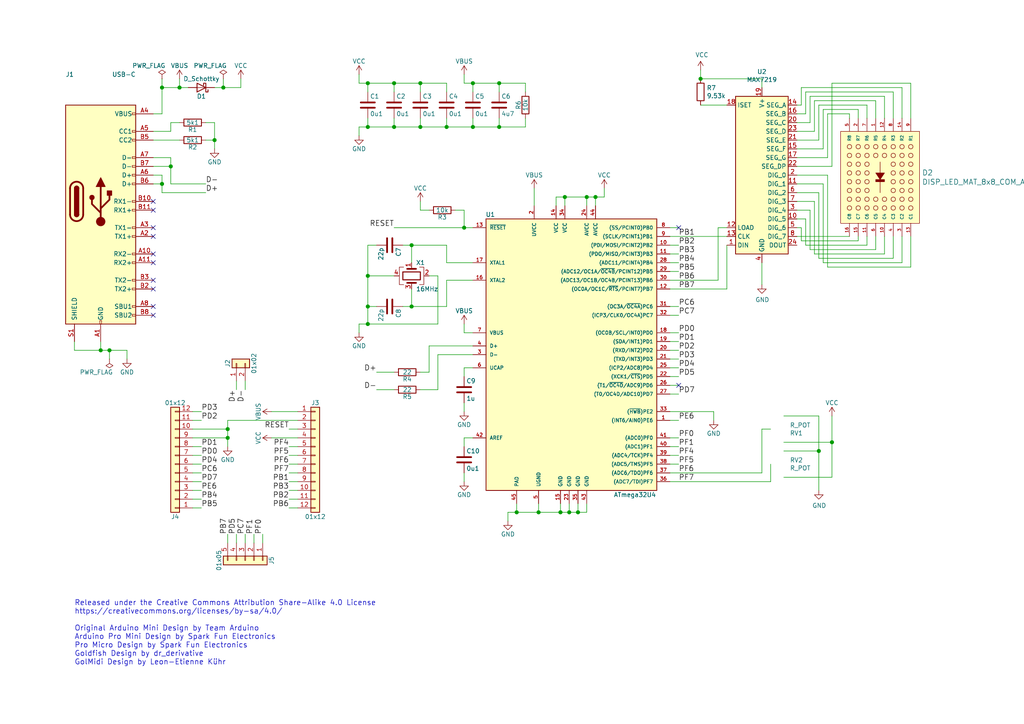
<source format=kicad_sch>
(kicad_sch (version 20201015) (generator eeschema)
  (paper "A4")
  (title_block (title "GolMidi") (date "2021-01-13") (rev "A"))
  (lib_symbols
    (symbol "Connector:USB_C_Receptacle" (pin_names (offset 1.016))
      (property "Reference" "J" (at -10.16 29.21 0))
      (property "Value" "USB_C_Receptacle" (at 10.16 29.21 0))
      (symbol "USB_C_Receptacle_1_1"
        (pin passive line (at 0 -40.64 90) (length 5.08) (name "GND") (number "A1"))
        (pin bidirectional line (at 15.24 -15.24 180) (length 5.08) (name "RX2-") (number "A10"))
        (pin bidirectional line (at 15.24 -17.78 180) (length 5.08) (name "RX2+") (number "A11"))
        (pin passive line (at 0 -40.64 90) (length 5.08) hide (name "GND") (number "A12"))
        (pin bidirectional line (at 15.24 -10.16 180) (length 5.08) (name "TX1+") (number "A2"))
        (pin bidirectional line (at 15.24 -7.62 180) (length 5.08) (name "TX1-") (number "A3"))
        (pin passive line (at 15.24 25.4 180) (length 5.08) (name "VBUS") (number "A4"))
        (pin bidirectional line (at 15.24 20.32 180) (length 5.08) (name "CC1") (number "A5"))
        (pin bidirectional line (at 15.24 7.62 180) (length 5.08) (name "D+") (number "A6"))
        (pin bidirectional line (at 15.24 12.7 180) (length 5.08) (name "D-") (number "A7"))
        (pin bidirectional line (at 15.24 -30.48 180) (length 5.08) (name "SBU1") (number "A8"))
        (pin passive line (at 15.24 25.4 180) (length 5.08) hide (name "VBUS") (number "A9"))
        (pin passive line (at 0 -40.64 90) (length 5.08) hide (name "GND") (number "B1"))
        (pin bidirectional line (at 15.24 0 180) (length 5.08) (name "RX1-") (number "B10"))
        (pin bidirectional line (at 15.24 -2.54 180) (length 5.08) (name "RX1+") (number "B11"))
        (pin passive line (at 0 -40.64 90) (length 5.08) hide (name "GND") (number "B12"))
        (pin bidirectional line (at 15.24 -25.4 180) (length 5.08) (name "TX2+") (number "B2"))
        (pin bidirectional line (at 15.24 -22.86 180) (length 5.08) (name "TX2-") (number "B3"))
        (pin passive line (at 15.24 25.4 180) (length 5.08) hide (name "VBUS") (number "B4"))
        (pin bidirectional line (at 15.24 17.78 180) (length 5.08) (name "CC2") (number "B5"))
        (pin bidirectional line (at 15.24 5.08 180) (length 5.08) (name "D+") (number "B6"))
        (pin bidirectional line (at 15.24 10.16 180) (length 5.08) (name "D-") (number "B7"))
        (pin bidirectional line (at 15.24 -33.02 180) (length 5.08) (name "SBU2") (number "B8"))
        (pin passive line (at 15.24 25.4 180) (length 5.08) hide (name "VBUS") (number "B9"))
        (pin passive line (at -7.62 -40.64 90) (length 5.08) (name "SHIELD") (number "S1"))
      )
    )
    (symbol "Connector_Generic:Conn_01x02" (pin_names (offset 1.016) hide)
      (property "Reference" "J" (at 0 2.54 0))
      (property "Value" "Conn_01x02" (at 0 -5.08 0))
      (symbol "Conn_01x02_1_1"
        (pin passive line (at -5.08 0 0) (length 3.81) (name "Pin_1") (number "1"))
        (pin passive line (at -5.08 -2.54 0) (length 3.81) (name "Pin_2") (number "2"))
      )
    )
    (symbol "Connector_Generic:Conn_01x05" (pin_names (offset 1.016) hide)
      (property "Reference" "J" (at 0 7.62 0))
      (property "Value" "Conn_01x05" (at 0 -7.62 0))
      (symbol "Conn_01x05_1_1"
        (pin passive line (at -5.08 5.08 0) (length 3.81) (name "Pin_1") (number "1"))
        (pin passive line (at -5.08 2.54 0) (length 3.81) (name "Pin_2") (number "2"))
        (pin passive line (at -5.08 0 0) (length 3.81) (name "Pin_3") (number "3"))
        (pin passive line (at -5.08 -2.54 0) (length 3.81) (name "Pin_4") (number "4"))
        (pin passive line (at -5.08 -5.08 0) (length 3.81) (name "Pin_5") (number "5"))
      )
    )
    (symbol "Connector_Generic:Conn_01x12" (pin_names (offset 1.016) hide)
      (property "Reference" "J" (at 0 15.24 0))
      (property "Value" "Conn_01x12" (at 0 -17.78 0))
      (symbol "Conn_01x12_1_1"
        (pin passive line (at -5.08 12.7 0) (length 3.81) (name "Pin_1") (number "1"))
        (pin passive line (at -5.08 -10.16 0) (length 3.81) (name "Pin_10") (number "10"))
        (pin passive line (at -5.08 -12.7 0) (length 3.81) (name "Pin_11") (number "11"))
        (pin passive line (at -5.08 -15.24 0) (length 3.81) (name "Pin_12") (number "12"))
        (pin passive line (at -5.08 10.16 0) (length 3.81) (name "Pin_2") (number "2"))
        (pin passive line (at -5.08 7.62 0) (length 3.81) (name "Pin_3") (number "3"))
        (pin passive line (at -5.08 5.08 0) (length 3.81) (name "Pin_4") (number "4"))
        (pin passive line (at -5.08 2.54 0) (length 3.81) (name "Pin_5") (number "5"))
        (pin passive line (at -5.08 0 0) (length 3.81) (name "Pin_6") (number "6"))
        (pin passive line (at -5.08 -2.54 0) (length 3.81) (name "Pin_7") (number "7"))
        (pin passive line (at -5.08 -5.08 0) (length 3.81) (name "Pin_8") (number "8"))
        (pin passive line (at -5.08 -7.62 0) (length 3.81) (name "Pin_9") (number "9"))
      )
    )
    (symbol "Device:C" (pin_numbers hide) (pin_names (offset 0.254))
      (property "Reference" "C" (at 0.635 2.54 0))
      (property "Value" "C" (at 0.635 -2.54 0))
      (symbol "C_1_1"
        (pin passive line (at 0 3.81 270) (length 2.794) (name "~") (number "1"))
        (pin passive line (at 0 -3.81 90) (length 2.794) (name "~") (number "2"))
      )
    )
    (symbol "Device:Crystal_GND24" (pin_names (offset 1.016) hide)
      (property "Reference" "Y" (at 3.175 5.08 0))
      (property "Value" "Crystal_GND24" (at 3.175 3.175 0))
      (symbol "Crystal_GND24_1_1"
        (pin passive line (at -3.81 0 0) (length 1.27) (name "1") (number "1"))
        (pin passive line (at 0 5.08 270) (length 1.27) (name "2") (number "2"))
        (pin passive line (at 3.81 0 180) (length 1.27) (name "3") (number "3"))
        (pin passive line (at 0 -5.08 90) (length 1.27) (name "4") (number "4"))
      )
    )
    (symbol "Device:D_Schottky" (pin_numbers hide) (pin_names (offset 1.016) hide)
      (property "Reference" "D" (at 0 2.54 0))
      (property "Value" "D_Schottky" (at 0 -2.54 0))
      (symbol "D_Schottky_1_1"
        (pin passive line (at -3.81 0 0) (length 2.54) (name "K") (number "1"))
        (pin passive line (at 3.81 0 180) (length 2.54) (name "A") (number "2"))
      )
    )
    (symbol "Device:R" (pin_numbers hide) (pin_names (offset 0))
      (property "Reference" "R" (at 2.032 0 90))
      (property "Value" "R" (at 0 0 90))
      (symbol "R_1_1"
        (pin passive line (at 0 3.81 270) (length 1.27) (name "~") (number "1"))
        (pin passive line (at 0 -3.81 90) (length 1.27) (name "~") (number "2"))
      )
    )
    (symbol "Driver_LED:MAX7219"
      (property "Reference" "U" (at -6.35 24.13 0))
      (property "Value" "MAX7219" (at 1.27 25.4 0))
      (symbol "MAX7219_1_1"
        (pin input line (at -10.16 -20.32 0) (length 2.54) (name "DIN") (number "1"))
        (pin output line (at 10.16 -12.7 180) (length 2.54) (name "DIG_5") (number "10"))
        (pin output line (at 10.16 -2.54 180) (length 2.54) (name "DIG_1") (number "11"))
        (pin input line (at -10.16 -15.24 0) (length 2.54) (name "LOAD") (number "12"))
        (pin input line (at -10.16 -17.78 0) (length 2.54) (name "CLK") (number "13"))
        (pin output line (at 10.16 20.32 180) (length 2.54) (name "SEG_A") (number "14"))
        (pin output line (at 10.16 7.62 180) (length 2.54) (name "SEG_F") (number "15"))
        (pin output line (at 10.16 17.78 180) (length 2.54) (name "SEG_B") (number "16"))
        (pin output line (at 10.16 5.08 180) (length 2.54) (name "SEG_G") (number "17"))
        (pin input line (at -10.16 20.32 0) (length 2.54) (name "ISET") (number "18"))
        (pin power_in line (at 0 25.4 270) (length 2.54) (name "V+") (number "19"))
        (pin output line (at 10.16 0 180) (length 2.54) (name "DIG_0") (number "2"))
        (pin output line (at 10.16 15.24 180) (length 2.54) (name "SEG_C") (number "20"))
        (pin output line (at 10.16 10.16 180) (length 2.54) (name "SEG_E") (number "21"))
        (pin output line (at 10.16 2.54 180) (length 2.54) (name "SEG_DP") (number "22"))
        (pin output line (at 10.16 12.7 180) (length 2.54) (name "SEG_D") (number "23"))
        (pin output line (at 10.16 -20.32 180) (length 2.54) (name "DOUT") (number "24"))
        (pin output line (at 10.16 -10.16 180) (length 2.54) (name "DIG_4") (number "3"))
        (pin power_in line (at 0 -25.4 90) (length 2.54) (name "GND") (number "4"))
        (pin output line (at 10.16 -15.24 180) (length 2.54) (name "DIG_6") (number "5"))
        (pin output line (at 10.16 -5.08 180) (length 2.54) (name "DIG_2") (number "6"))
        (pin output line (at 10.16 -7.62 180) (length 2.54) (name "DIG_3") (number "7"))
        (pin output line (at 10.16 -17.78 180) (length 2.54) (name "DIG_7") (number "8"))
        (pin passive line (at 0 -25.4 90) (length 2.54) hide (name "GND") (number "9"))
      )
    )
    (symbol "akn_misc:DISP_LED_MAT_8x8_COM_ANODE" (pin_names (offset 1.016))
      (property "Reference" "D" (at 5.08 -1.27 0))
      (property "Value" "DISP_LED_MAT_8x8_COM_ANODE" (at 16.51 24.13 0))
      (symbol "DISP_LED_MAT_8x8_COM_ANODE_0_1"
        (pin input line (at 0 20.32 0) (length 3.81) (name "R1") (number "9"))
      )
      (symbol "DISP_LED_MAT_8x8_COM_ANODE_1_1"
        (pin input line (at 0 10.16 0) (length 3.81) (name "R5") (number "1"))
        (pin input line (at 0 5.08 0) (length 3.81) (name "R7") (number "2"))
        (pin output line (at 34.29 17.78 180) (length 3.81) (name "C2") (number "3"))
        (pin output line (at 34.29 15.24 180) (length 3.81) (name "C3") (number "4"))
        (pin input line (at 0 2.54 0) (length 3.81) (name "R8") (number "5"))
        (pin output line (at 34.29 10.16 180) (length 3.81) (name "C5") (number "6"))
        (pin input line (at 0 7.62 0) (length 3.81) (name "R6") (number "7"))
        (pin input line (at 0 15.24 0) (length 3.81) (name "R3") (number "8"))
        (pin output line (at 34.29 12.7 180) (length 3.81) (name "C4") (number "10"))
        (pin output line (at 34.29 7.62 180) (length 3.81) (name "C6") (number "11"))
        (pin input line (at 0 12.7 0) (length 3.81) (name "R4") (number "12"))
        (pin output line (at 34.29 20.32 180) (length 3.81) (name "C1") (number "13"))
        (pin input line (at 0 17.78 0) (length 3.81) (name "R2") (number "14"))
        (pin output line (at 34.29 5.08 180) (length 3.81) (name "C7") (number "15"))
        (pin output line (at 34.29 2.54 180) (length 3.81) (name "C8") (number "16"))
      )
    )
    (symbol "atmega32u4-ep:ATMEGA32U4-EP" (pin_names (offset 1.016))
      (property "Reference" "U" (at -24.13 43.18 0))
      (property "Value" "ATMEGA32U4-EP" (at 17.78 -38.1 0))
      (symbol "ATMEGA32U4-EP_1_1"
        (pin bidirectional line (at 27.94 -16.51 180) (length 3.81) (name "(INT6/AIN0)PE6") (number "1"))
        (pin bidirectional line (at 27.94 34.29 180) (length 3.81) (name "(PDI/MOSI/PCINT2)PB2") (number "10"))
        (pin bidirectional line (at 27.94 31.75 180) (length 3.81) (name "(PDO/MISO/PCINT3)PB3") (number "11"))
        (pin bidirectional line (at 27.94 21.59 180) (length 3.81) (name "(OC0A/OC1C/~RTS~/PCINT7)PB7") (number "12"))
        (pin input line (at -29.21 39.37 0) (length 3.81) (name "~RESET~") (number "13"))
        (pin power_in line (at -5.08 45.72 270) (length 3.81) (name "VCC") (number "14"))
        (pin power_in line (at -3.81 -40.64 90) (length 3.81) (name "GND") (number "15"))
        (pin output line (at -29.21 24.13 0) (length 3.81) (name "XTAL2") (number "16"))
        (pin input line (at -29.21 29.21 0) (length 3.81) (name "XTAL1") (number "17"))
        (pin bidirectional line (at 27.94 8.89 180) (length 3.81) (name "(OC0B/SCL/INT0)PD0") (number "18"))
        (pin bidirectional line (at 27.94 6.35 180) (length 3.81) (name "(SDA/INT1)PD1") (number "19"))
        (pin power_in line (at -11.43 45.72 270) (length 3.81) (name "UVCC") (number "2"))
        (pin bidirectional line (at 27.94 3.81 180) (length 3.81) (name "(RXD/INT2)PD2") (number "20"))
        (pin bidirectional line (at 27.94 1.27 180) (length 3.81) (name "(TXD/INT3)PD3") (number "21"))
        (pin bidirectional line (at 27.94 -3.81 180) (length 3.81) (name "(XCK1/~CTS~)PD5") (number "22"))
        (pin power_in line (at -1.27 -40.64 90) (length 3.81) (name "GND") (number "23"))
        (pin power_in line (at 3.81 45.72 270) (length 3.81) (name "AVCC") (number "24"))
        (pin bidirectional line (at 27.94 -1.27 180) (length 3.81) (name "(ICP2/ADC8)PD4") (number "25"))
        (pin bidirectional line (at 27.94 -6.35 180) (length 3.81) (name "(T1/~OC4D~/ADC9)PD6") (number "26"))
        (pin bidirectional line (at 27.94 -8.89 180) (length 3.81) (name "(T0/OC4D/ADC10)PD7") (number "27"))
        (pin bidirectional line (at 27.94 29.21 180) (length 3.81) (name "(ADC11/PCINT4)PB4") (number "28"))
        (pin bidirectional line (at 27.94 26.67 180) (length 3.81) (name "(ADC12/OC1A/~OC4B~/PCINT12)PB5") (number "29"))
        (pin bidirectional line (at -29.21 2.54 0) (length 3.81) (name "D-") (number "3"))
        (pin bidirectional line (at 27.94 24.13 180) (length 3.81) (name "(ADC13/OC1B/OC4B/PCINT13)PB6") (number "30"))
        (pin bidirectional line (at 27.94 16.51 180) (length 3.81) (name "(OC3A/~OC4A~)PC6") (number "31"))
        (pin bidirectional line (at 27.94 13.97 180) (length 3.81) (name "(ICP3/CLK0/OC4A)PC7") (number "32"))
        (pin bidirectional line (at 27.94 -13.97 180) (length 3.81) (name "(~HWB~)PE2") (number "33"))
        (pin power_in line (at -2.54 45.72 270) (length 3.81) (name "VCC") (number "34"))
        (pin power_in line (at 1.27 -40.64 90) (length 3.81) (name "GND") (number "35"))
        (pin bidirectional line (at 27.94 -34.29 180) (length 3.81) (name "(ADC7/TDI)PF7") (number "36"))
        (pin bidirectional line (at 27.94 -31.75 180) (length 3.81) (name "(ADC6/TDO)PF6") (number "37"))
        (pin bidirectional line (at 27.94 -29.21 180) (length 3.81) (name "(ADC5/TMS)PF5") (number "38"))
        (pin bidirectional line (at 27.94 -26.67 180) (length 3.81) (name "(ADC4/TCK)PF4") (number "39"))
        (pin bidirectional line (at -29.21 5.08 0) (length 3.81) (name "D+") (number "4"))
        (pin bidirectional line (at 27.94 -24.13 180) (length 3.81) (name "(ADC1)PF1") (number "40"))
        (pin bidirectional line (at 27.94 -21.59 180) (length 3.81) (name "(ADC0)PF0") (number "41"))
        (pin passive line (at -29.21 -21.59 0) (length 3.81) (name "AREF") (number "42"))
        (pin power_in line (at 3.81 -40.64 90) (length 3.81) (name "GND") (number "43"))
        (pin power_in line (at 6.35 45.72 270) (length 3.81) (name "AVCC") (number "44"))
        (pin input line (at -16.51 -40.64 90) (length 3.81) (name "PAD") (number "45"))
        (pin passive line (at -10.16 -40.64 90) (length 3.81) (name "UGND") (number "5"))
        (pin passive line (at -29.21 -1.27 0) (length 3.81) (name "UCAP") (number "6"))
        (pin passive line (at -29.21 8.89 0) (length 3.81) (name "VBUS") (number "7"))
        (pin bidirectional line (at 27.94 39.37 180) (length 3.81) (name "(SS/PCINT0)PB0") (number "8"))
        (pin bidirectional line (at 27.94 36.83 180) (length 3.81) (name "(SCLK/PCINT1)PB1") (number "9"))
      )
    )
    (symbol "power:GND" (power) (pin_names (offset 0))
      (property "Value" "GND" (at 0 -3.81 0))
      (symbol "GND_1_1"
        (pin power_in line (at 0 0 270) (length 0) hide (name "GND") (number "1"))
      )
    )
    (symbol "power:PWR_FLAG" (power) (pin_numbers hide) (pin_names (offset 0) hide)
      (property "Value" "PWR_FLAG" (at 0 3.81 0))
      (symbol "PWR_FLAG_0_0"
        (pin power_out line (at 0 0 90) (length 0) (name "pwr") (number "1"))
      )
    )
    (symbol "power:VBUS" (power) (pin_names (offset 0))
      (property "Value" "VBUS" (at 0 3.81 0))
      (symbol "VBUS_1_1"
        (pin power_in line (at 0 0 90) (length 0) hide (name "VBUS") (number "1"))
      )
    )
    (symbol "power:VCC" (power) (pin_names (offset 0))
      (property "Value" "VCC" (at 0 3.81 0))
      (symbol "VCC_1_1"
        (pin power_in line (at 0 0 90) (length 0) hide (name "VCC") (number "1"))
      )
    )
  )
  (junction (at 29.21 101.6) (diameter 1.016))
  (junction (at 31.75 101.6) (diameter 1.016))
  (junction (at 46.99 25.4) (diameter 1.016))
  (junction (at 46.99 53.34) (diameter 1.016))
  (junction (at 49.53 48.26) (diameter 1.016))
  (junction (at 52.07 25.4) (diameter 1.016))
  (junction (at 62.23 40.64) (diameter 1.016))
  (junction (at 64.77 25.4) (diameter 1.016))
  (junction (at 66.04 124.46) (diameter 1.016))
  (junction (at 66.04 127) (diameter 1.016))
  (junction (at 106.68 24.13) (diameter 1.016))
  (junction (at 106.68 36.83) (diameter 1.016))
  (junction (at 106.68 80.01) (diameter 1.016))
  (junction (at 106.68 88.9) (diameter 1.016))
  (junction (at 106.68 93.98) (diameter 1.016))
  (junction (at 114.3 24.13) (diameter 1.016))
  (junction (at 114.3 36.83) (diameter 1.016))
  (junction (at 119.38 71.12) (diameter 1.016))
  (junction (at 119.38 88.9) (diameter 1.016))
  (junction (at 121.92 24.13) (diameter 1.016))
  (junction (at 121.92 36.83) (diameter 1.016))
  (junction (at 129.54 36.83) (diameter 1.016))
  (junction (at 134.62 66.04) (diameter 1.016))
  (junction (at 137.16 24.13) (diameter 1.016))
  (junction (at 137.16 36.83) (diameter 1.016))
  (junction (at 144.78 24.13) (diameter 1.016))
  (junction (at 144.78 36.83) (diameter 1.016))
  (junction (at 149.86 148.59) (diameter 1.016))
  (junction (at 156.21 148.59) (diameter 1.016))
  (junction (at 162.56 148.59) (diameter 1.016))
  (junction (at 163.83 57.15) (diameter 1.016))
  (junction (at 165.1 148.59) (diameter 1.016))
  (junction (at 167.64 148.59) (diameter 1.016))
  (junction (at 170.18 57.15) (diameter 1.016))
  (junction (at 172.72 57.15) (diameter 1.016))
  (junction (at 203.2 22.86) (diameter 1.016))
  (junction (at 237.49 130.81) (diameter 1.016))
  (junction (at 241.3 128.27) (diameter 1.016))
  (no_connect (at 44.45 58.42))
  (no_connect (at 44.45 60.96))
  (no_connect (at 44.45 66.04))
  (no_connect (at 44.45 68.58))
  (no_connect (at 44.45 73.66))
  (no_connect (at 44.45 76.2))
  (no_connect (at 44.45 81.28))
  (no_connect (at 44.45 83.82))
  (no_connect (at 44.45 88.9))
  (no_connect (at 44.45 91.44))
  (no_connect (at 196.85 66.04))
  (no_connect (at 196.85 111.76))
  (wire (pts (xy 21.59 99.06) (xy 21.59 101.6)))
  (wire (pts (xy 21.59 101.6) (xy 29.21 101.6)))
  (wire (pts (xy 29.21 101.6) (xy 29.21 99.06)))
  (wire (pts (xy 29.21 101.6) (xy 31.75 101.6)))
  (wire (pts (xy 31.75 101.6) (xy 31.75 104.14)))
  (wire (pts (xy 31.75 101.6) (xy 36.83 101.6)))
  (wire (pts (xy 36.83 101.6) (xy 36.83 104.14)))
  (wire (pts (xy 44.45 38.1) (xy 49.53 38.1)))
  (wire (pts (xy 44.45 40.64) (xy 52.07 40.64)))
  (wire (pts (xy 44.45 45.72) (xy 49.53 45.72)))
  (wire (pts (xy 44.45 50.8) (xy 46.99 50.8)))
  (wire (pts (xy 44.45 53.34) (xy 46.99 53.34)))
  (wire (pts (xy 46.99 22.86) (xy 46.99 25.4)))
  (wire (pts (xy 46.99 25.4) (xy 46.99 33.02)))
  (wire (pts (xy 46.99 25.4) (xy 52.07 25.4)))
  (wire (pts (xy 46.99 33.02) (xy 44.45 33.02)))
  (wire (pts (xy 46.99 50.8) (xy 46.99 53.34)))
  (wire (pts (xy 46.99 53.34) (xy 46.99 55.88)))
  (wire (pts (xy 46.99 55.88) (xy 59.69 55.88)))
  (wire (pts (xy 49.53 35.56) (xy 52.07 35.56)))
  (wire (pts (xy 49.53 38.1) (xy 49.53 35.56)))
  (wire (pts (xy 49.53 45.72) (xy 49.53 48.26)))
  (wire (pts (xy 49.53 48.26) (xy 44.45 48.26)))
  (wire (pts (xy 49.53 48.26) (xy 49.53 53.34)))
  (wire (pts (xy 49.53 53.34) (xy 59.69 53.34)))
  (wire (pts (xy 52.07 25.4) (xy 52.07 22.86)))
  (wire (pts (xy 52.07 25.4) (xy 54.61 25.4)))
  (wire (pts (xy 55.88 119.38) (xy 58.42 119.38)))
  (wire (pts (xy 55.88 121.92) (xy 58.42 121.92)))
  (wire (pts (xy 55.88 124.46) (xy 66.04 124.46)))
  (wire (pts (xy 55.88 129.54) (xy 58.42 129.54)))
  (wire (pts (xy 55.88 132.08) (xy 58.42 132.08)))
  (wire (pts (xy 55.88 134.62) (xy 58.42 134.62)))
  (wire (pts (xy 55.88 137.16) (xy 58.42 137.16)))
  (wire (pts (xy 55.88 139.7) (xy 58.42 139.7)))
  (wire (pts (xy 55.88 142.24) (xy 58.42 142.24)))
  (wire (pts (xy 55.88 144.78) (xy 58.42 144.78)))
  (wire (pts (xy 55.88 147.32) (xy 58.42 147.32)))
  (wire (pts (xy 59.69 40.64) (xy 62.23 40.64)))
  (wire (pts (xy 62.23 25.4) (xy 64.77 25.4)))
  (wire (pts (xy 62.23 35.56) (xy 59.69 35.56)))
  (wire (pts (xy 62.23 35.56) (xy 62.23 40.64)))
  (wire (pts (xy 62.23 40.64) (xy 62.23 43.18)))
  (wire (pts (xy 64.77 22.86) (xy 64.77 25.4)))
  (wire (pts (xy 64.77 25.4) (xy 69.85 25.4)))
  (wire (pts (xy 66.04 121.92) (xy 66.04 124.46)))
  (wire (pts (xy 66.04 121.92) (xy 86.36 121.92)))
  (wire (pts (xy 66.04 124.46) (xy 66.04 127)))
  (wire (pts (xy 66.04 127) (xy 55.88 127)))
  (wire (pts (xy 66.04 127) (xy 66.04 129.54)))
  (wire (pts (xy 66.04 157.48) (xy 66.04 154.94)))
  (wire (pts (xy 68.58 110.49) (xy 68.58 113.03)))
  (wire (pts (xy 68.58 157.48) (xy 68.58 154.94)))
  (wire (pts (xy 69.85 25.4) (xy 69.85 22.86)))
  (wire (pts (xy 71.12 110.49) (xy 71.12 113.03)))
  (wire (pts (xy 71.12 154.94) (xy 71.12 157.48)))
  (wire (pts (xy 73.66 157.48) (xy 73.66 154.94)))
  (wire (pts (xy 76.2 154.94) (xy 76.2 157.48)))
  (wire (pts (xy 78.74 119.38) (xy 86.36 119.38)))
  (wire (pts (xy 78.74 127) (xy 86.36 127)))
  (wire (pts (xy 83.82 124.46) (xy 86.36 124.46)))
  (wire (pts (xy 83.82 129.54) (xy 86.36 129.54)))
  (wire (pts (xy 83.82 132.08) (xy 86.36 132.08)))
  (wire (pts (xy 83.82 134.62) (xy 86.36 134.62)))
  (wire (pts (xy 83.82 137.16) (xy 86.36 137.16)))
  (wire (pts (xy 83.82 139.7) (xy 86.36 139.7)))
  (wire (pts (xy 83.82 142.24) (xy 86.36 142.24)))
  (wire (pts (xy 83.82 144.78) (xy 86.36 144.78)))
  (wire (pts (xy 83.82 147.32) (xy 86.36 147.32)))
  (wire (pts (xy 104.14 24.13) (xy 104.14 21.59)))
  (wire (pts (xy 104.14 24.13) (xy 106.68 24.13)))
  (wire (pts (xy 104.14 36.83) (xy 104.14 39.37)))
  (wire (pts (xy 104.14 36.83) (xy 106.68 36.83)))
  (wire (pts (xy 104.14 93.98) (xy 104.14 96.52)))
  (wire (pts (xy 104.14 93.98) (xy 106.68 93.98)))
  (wire (pts (xy 106.68 24.13) (xy 106.68 26.67)))
  (wire (pts (xy 106.68 24.13) (xy 114.3 24.13)))
  (wire (pts (xy 106.68 34.29) (xy 106.68 36.83)))
  (wire (pts (xy 106.68 36.83) (xy 114.3 36.83)))
  (wire (pts (xy 106.68 71.12) (xy 106.68 80.01)))
  (wire (pts (xy 106.68 80.01) (xy 106.68 88.9)))
  (wire (pts (xy 106.68 88.9) (xy 106.68 93.98)))
  (wire (pts (xy 106.68 88.9) (xy 109.22 88.9)))
  (wire (pts (xy 106.68 93.98) (xy 127 93.98)))
  (wire (pts (xy 109.22 71.12) (xy 106.68 71.12)))
  (wire (pts (xy 109.22 113.03) (xy 114.3 113.03)))
  (wire (pts (xy 114.3 24.13) (xy 114.3 26.67)))
  (wire (pts (xy 114.3 24.13) (xy 121.92 24.13)))
  (wire (pts (xy 114.3 36.83) (xy 114.3 34.29)))
  (wire (pts (xy 114.3 36.83) (xy 121.92 36.83)))
  (wire (pts (xy 114.3 66.04) (xy 134.62 66.04)))
  (wire (pts (xy 114.3 80.01) (xy 106.68 80.01)))
  (wire (pts (xy 114.3 107.95) (xy 109.22 107.95)))
  (wire (pts (xy 116.84 71.12) (xy 119.38 71.12)))
  (wire (pts (xy 116.84 88.9) (xy 119.38 88.9)))
  (wire (pts (xy 119.38 71.12) (xy 119.38 76.2)))
  (wire (pts (xy 119.38 71.12) (xy 129.54 71.12)))
  (wire (pts (xy 119.38 83.82) (xy 119.38 88.9)))
  (wire (pts (xy 119.38 88.9) (xy 129.54 88.9)))
  (wire (pts (xy 121.92 24.13) (xy 121.92 26.67)))
  (wire (pts (xy 121.92 24.13) (xy 129.54 24.13)))
  (wire (pts (xy 121.92 36.83) (xy 121.92 34.29)))
  (wire (pts (xy 121.92 36.83) (xy 129.54 36.83)))
  (wire (pts (xy 121.92 60.96) (xy 121.92 58.42)))
  (wire (pts (xy 124.46 60.96) (xy 121.92 60.96)))
  (wire (pts (xy 124.46 100.33) (xy 124.46 107.95)))
  (wire (pts (xy 124.46 107.95) (xy 121.92 107.95)))
  (wire (pts (xy 127 80.01) (xy 124.46 80.01)))
  (wire (pts (xy 127 93.98) (xy 127 80.01)))
  (wire (pts (xy 127 102.87) (xy 127 113.03)))
  (wire (pts (xy 127 113.03) (xy 121.92 113.03)))
  (wire (pts (xy 129.54 24.13) (xy 129.54 26.67)))
  (wire (pts (xy 129.54 36.83) (xy 129.54 34.29)))
  (wire (pts (xy 129.54 36.83) (xy 137.16 36.83)))
  (wire (pts (xy 129.54 71.12) (xy 129.54 76.2)))
  (wire (pts (xy 129.54 76.2) (xy 137.16 76.2)))
  (wire (pts (xy 129.54 81.28) (xy 137.16 81.28)))
  (wire (pts (xy 129.54 88.9) (xy 129.54 81.28)))
  (wire (pts (xy 132.08 60.96) (xy 134.62 60.96)))
  (wire (pts (xy 134.62 24.13) (xy 134.62 21.59)))
  (wire (pts (xy 134.62 24.13) (xy 137.16 24.13)))
  (wire (pts (xy 134.62 60.96) (xy 134.62 66.04)))
  (wire (pts (xy 134.62 66.04) (xy 137.16 66.04)))
  (wire (pts (xy 134.62 96.52) (xy 134.62 93.98)))
  (wire (pts (xy 134.62 106.68) (xy 134.62 109.22)))
  (wire (pts (xy 134.62 106.68) (xy 137.16 106.68)))
  (wire (pts (xy 134.62 116.84) (xy 134.62 119.38)))
  (wire (pts (xy 134.62 127) (xy 134.62 129.54)))
  (wire (pts (xy 134.62 127) (xy 137.16 127)))
  (wire (pts (xy 134.62 137.16) (xy 134.62 139.7)))
  (wire (pts (xy 137.16 24.13) (xy 144.78 24.13)))
  (wire (pts (xy 137.16 26.67) (xy 137.16 24.13)))
  (wire (pts (xy 137.16 36.83) (xy 137.16 34.29)))
  (wire (pts (xy 137.16 36.83) (xy 144.78 36.83)))
  (wire (pts (xy 137.16 96.52) (xy 134.62 96.52)))
  (wire (pts (xy 137.16 100.33) (xy 124.46 100.33)))
  (wire (pts (xy 137.16 102.87) (xy 127 102.87)))
  (wire (pts (xy 144.78 24.13) (xy 144.78 26.67)))
  (wire (pts (xy 144.78 36.83) (xy 144.78 34.29)))
  (wire (pts (xy 147.32 148.59) (xy 149.86 148.59)))
  (wire (pts (xy 147.32 151.13) (xy 147.32 148.59)))
  (wire (pts (xy 149.86 146.05) (xy 149.86 148.59)))
  (wire (pts (xy 149.86 148.59) (xy 156.21 148.59)))
  (wire (pts (xy 152.4 24.13) (xy 144.78 24.13)))
  (wire (pts (xy 152.4 26.67) (xy 152.4 24.13)))
  (wire (pts (xy 152.4 34.29) (xy 152.4 36.83)))
  (wire (pts (xy 152.4 36.83) (xy 144.78 36.83)))
  (wire (pts (xy 154.94 54.61) (xy 154.94 59.69)))
  (wire (pts (xy 156.21 148.59) (xy 156.21 146.05)))
  (wire (pts (xy 156.21 148.59) (xy 162.56 148.59)))
  (wire (pts (xy 161.29 57.15) (xy 161.29 59.69)))
  (wire (pts (xy 161.29 57.15) (xy 163.83 57.15)))
  (wire (pts (xy 162.56 148.59) (xy 162.56 146.05)))
  (wire (pts (xy 162.56 148.59) (xy 165.1 148.59)))
  (wire (pts (xy 163.83 57.15) (xy 163.83 59.69)))
  (wire (pts (xy 163.83 57.15) (xy 170.18 57.15)))
  (wire (pts (xy 165.1 148.59) (xy 165.1 146.05)))
  (wire (pts (xy 165.1 148.59) (xy 167.64 148.59)))
  (wire (pts (xy 167.64 148.59) (xy 167.64 146.05)))
  (wire (pts (xy 167.64 148.59) (xy 170.18 148.59)))
  (wire (pts (xy 170.18 57.15) (xy 170.18 59.69)))
  (wire (pts (xy 170.18 57.15) (xy 172.72 57.15)))
  (wire (pts (xy 170.18 148.59) (xy 170.18 146.05)))
  (wire (pts (xy 172.72 57.15) (xy 172.72 59.69)))
  (wire (pts (xy 172.72 57.15) (xy 175.26 57.15)))
  (wire (pts (xy 175.26 57.15) (xy 175.26 54.61)))
  (wire (pts (xy 194.31 66.04) (xy 196.85 66.04)))
  (wire (pts (xy 194.31 68.58) (xy 210.82 68.58)))
  (wire (pts (xy 194.31 71.12) (xy 196.85 71.12)))
  (wire (pts (xy 194.31 73.66) (xy 196.85 73.66)))
  (wire (pts (xy 194.31 76.2) (xy 196.85 76.2)))
  (wire (pts (xy 194.31 78.74) (xy 196.85 78.74)))
  (wire (pts (xy 194.31 81.28) (xy 208.28 81.28)))
  (wire (pts (xy 194.31 83.82) (xy 210.82 83.82)))
  (wire (pts (xy 194.31 88.9) (xy 196.85 88.9)))
  (wire (pts (xy 194.31 91.44) (xy 196.85 91.44)))
  (wire (pts (xy 194.31 96.52) (xy 196.85 96.52)))
  (wire (pts (xy 194.31 99.06) (xy 196.85 99.06)))
  (wire (pts (xy 194.31 101.6) (xy 196.85 101.6)))
  (wire (pts (xy 194.31 104.14) (xy 196.85 104.14)))
  (wire (pts (xy 194.31 106.68) (xy 196.85 106.68)))
  (wire (pts (xy 194.31 109.22) (xy 196.85 109.22)))
  (wire (pts (xy 194.31 111.76) (xy 196.85 111.76)))
  (wire (pts (xy 194.31 114.3) (xy 196.85 114.3)))
  (wire (pts (xy 194.31 119.38) (xy 207.01 119.38)))
  (wire (pts (xy 194.31 121.92) (xy 196.85 121.92)))
  (wire (pts (xy 194.31 127) (xy 196.85 127)))
  (wire (pts (xy 194.31 129.54) (xy 196.85 129.54)))
  (wire (pts (xy 194.31 132.08) (xy 196.85 132.08)))
  (wire (pts (xy 194.31 134.62) (xy 196.85 134.62)))
  (wire (pts (xy 194.31 137.16) (xy 220.98 137.16)))
  (wire (pts (xy 194.31 139.7) (xy 223.52 139.7)))
  (wire (pts (xy 203.2 20.32) (xy 203.2 22.86)))
  (wire (pts (xy 203.2 30.48) (xy 210.82 30.48)))
  (wire (pts (xy 207.01 119.38) (xy 207.01 121.92)))
  (wire (pts (xy 208.28 66.04) (xy 208.28 81.28)))
  (wire (pts (xy 210.82 66.04) (xy 208.28 66.04)))
  (wire (pts (xy 210.82 71.12) (xy 210.82 83.82)))
  (wire (pts (xy 220.98 22.86) (xy 203.2 22.86)))
  (wire (pts (xy 220.98 25.4) (xy 220.98 22.86)))
  (wire (pts (xy 220.98 76.2) (xy 220.98 82.55)))
  (wire (pts (xy 220.98 124.46) (xy 223.52 124.46)))
  (wire (pts (xy 220.98 137.16) (xy 220.98 124.46)))
  (wire (pts (xy 223.52 139.7) (xy 223.52 134.62)))
  (wire (pts (xy 227.33 130.81) (xy 237.49 130.81)))
  (wire (pts (xy 227.33 138.43) (xy 241.3 138.43)))
  (wire (pts (xy 231.14 30.48) (xy 232.41 30.48)))
  (wire (pts (xy 231.14 33.02) (xy 233.68 33.02)))
  (wire (pts (xy 231.14 38.1) (xy 236.22 38.1)))
  (wire (pts (xy 231.14 40.64) (xy 237.49 40.64)))
  (wire (pts (xy 231.14 43.18) (xy 238.76 43.18)))
  (wire (pts (xy 231.14 45.72) (xy 240.03 45.72)))
  (wire (pts (xy 231.14 48.26) (xy 241.3 48.26)))
  (wire (pts (xy 231.14 50.8) (xy 240.03 50.8)))
  (wire (pts (xy 231.14 55.88) (xy 237.49 55.88)))
  (wire (pts (xy 231.14 63.5) (xy 233.68 63.5)))
  (wire (pts (xy 231.14 68.58) (xy 246.38 68.58)))
  (wire (pts (xy 232.41 25.4) (xy 261.62 25.4)))
  (wire (pts (xy 232.41 30.48) (xy 232.41 25.4)))
  (wire (pts (xy 232.41 66.04) (xy 231.14 66.04)))
  (wire (pts (xy 232.41 69.85) (xy 232.41 66.04)))
  (wire (pts (xy 233.68 26.67) (xy 233.68 33.02)))
  (wire (pts (xy 233.68 71.12) (xy 233.68 63.5)))
  (wire (pts (xy 234.95 27.94) (xy 234.95 35.56)))
  (wire (pts (xy 234.95 35.56) (xy 231.14 35.56)))
  (wire (pts (xy 234.95 60.96) (xy 231.14 60.96)))
  (wire (pts (xy 234.95 72.39) (xy 234.95 60.96)))
  (wire (pts (xy 236.22 29.21) (xy 254 29.21)))
  (wire (pts (xy 236.22 38.1) (xy 236.22 29.21)))
  (wire (pts (xy 236.22 58.42) (xy 231.14 58.42)))
  (wire (pts (xy 236.22 73.66) (xy 236.22 58.42)))
  (wire (pts (xy 237.49 30.48) (xy 251.46 30.48)))
  (wire (pts (xy 237.49 40.64) (xy 237.49 30.48)))
  (wire (pts (xy 237.49 55.88) (xy 237.49 74.93)))
  (wire (pts (xy 237.49 74.93) (xy 259.08 74.93)))
  (wire (pts (xy 237.49 120.65) (xy 227.33 120.65)))
  (wire (pts (xy 237.49 130.81) (xy 237.49 120.65)))
  (wire (pts (xy 237.49 130.81) (xy 237.49 142.24)))
  (wire (pts (xy 238.76 31.75) (xy 248.92 31.75)))
  (wire (pts (xy 238.76 43.18) (xy 238.76 31.75)))
  (wire (pts (xy 238.76 53.34) (xy 231.14 53.34)))
  (wire (pts (xy 238.76 76.2) (xy 238.76 53.34)))
  (wire (pts (xy 240.03 33.02) (xy 246.38 33.02)))
  (wire (pts (xy 240.03 45.72) (xy 240.03 33.02)))
  (wire (pts (xy 240.03 50.8) (xy 240.03 77.47)))
  (wire (pts (xy 240.03 77.47) (xy 264.16 77.47)))
  (wire (pts (xy 241.3 24.13) (xy 264.16 24.13)))
  (wire (pts (xy 241.3 48.26) (xy 241.3 24.13)))
  (wire (pts (xy 241.3 128.27) (xy 227.33 128.27)))
  (wire (pts (xy 241.3 128.27) (xy 241.3 120.65)))
  (wire (pts (xy 241.3 138.43) (xy 241.3 128.27)))
  (wire (pts (xy 246.38 33.02) (xy 246.38 34.29)))
  (wire (pts (xy 248.92 31.75) (xy 248.92 34.29)))
  (wire (pts (xy 248.92 68.58) (xy 248.92 69.85)))
  (wire (pts (xy 248.92 69.85) (xy 232.41 69.85)))
  (wire (pts (xy 251.46 30.48) (xy 251.46 34.29)))
  (wire (pts (xy 251.46 68.58) (xy 251.46 71.12)))
  (wire (pts (xy 251.46 71.12) (xy 233.68 71.12)))
  (wire (pts (xy 254 29.21) (xy 254 34.29)))
  (wire (pts (xy 254 68.58) (xy 254 72.39)))
  (wire (pts (xy 254 72.39) (xy 234.95 72.39)))
  (wire (pts (xy 256.54 27.94) (xy 234.95 27.94)))
  (wire (pts (xy 256.54 34.29) (xy 256.54 27.94)))
  (wire (pts (xy 256.54 68.58) (xy 256.54 73.66)))
  (wire (pts (xy 256.54 73.66) (xy 236.22 73.66)))
  (wire (pts (xy 259.08 26.67) (xy 233.68 26.67)))
  (wire (pts (xy 259.08 26.67) (xy 259.08 34.29)))
  (wire (pts (xy 259.08 74.93) (xy 259.08 68.58)))
  (wire (pts (xy 261.62 34.29) (xy 261.62 25.4)))
  (wire (pts (xy 261.62 68.58) (xy 261.62 76.2)))
  (wire (pts (xy 261.62 76.2) (xy 238.76 76.2)))
  (wire (pts (xy 264.16 24.13) (xy 264.16 34.29)))
  (wire (pts (xy 264.16 68.58) (xy 264.16 77.47)))
  (text "Released under the Creative Commons Attribution Share-Alike 4.0 License\nhttps://creativecommons.org/licenses/by-sa/4.0/\n\nOriginal Arduino Mini Design by Team Arduino\nArduino Pro Mini Design by Spark Fun Electronics\nPro Micro Design by Spark Fun Electronics\nGoldfish Design by dr_derivative\nGolMidi Design by Leon-Etienne Kühr" (at 21.59 193.04 0) (effects (font (size 1.524 1.524)) (justify left bottom)))
  (label "PD3" (at 58.42 119.38 0) (effects (font (size 1.524 1.524))))
  (label "PD2" (at 58.42 121.92 0) (effects (font (size 1.524 1.524))))
  (label "PD1" (at 58.42 129.54 0) (effects (font (size 1.524 1.524))))
  (label "PD0" (at 58.42 132.08 0) (effects (font (size 1.524 1.524))))
  (label "PD4" (at 58.42 134.62 0) (effects (font (size 1.524 1.524))))
  (label "PC6" (at 58.42 137.16 0) (effects (font (size 1.524 1.524))))
  (label "PD7" (at 58.42 139.7 0) (effects (font (size 1.524 1.524))))
  (label "PE6" (at 58.42 142.24 0) (effects (font (size 1.524 1.524))))
  (label "PB4" (at 58.42 144.78 0) (effects (font (size 1.524 1.524))))
  (label "PB5" (at 58.42 147.32 0) (effects (font (size 1.524 1.524))))
  (label "D-" (at 59.69 53.34 0) (effects (font (size 1.524 1.524))))
  (label "D+" (at 59.69 55.88 0) (effects (font (size 1.524 1.524))))
  (label "PB7" (at 66.04 154.94 90) (effects (font (size 1.524 1.524))))
  (label "D+" (at 68.58 113.03 270) (effects (font (size 1.524 1.524))))
  (label "PD5" (at 68.58 154.94 90) (effects (font (size 1.524 1.524))))
  (label "D-" (at 71.12 113.03 270) (effects (font (size 1.524 1.524))))
  (label "PC7" (at 71.12 154.94 90) (effects (font (size 1.524 1.524))))
  (label "PF1" (at 73.66 154.94 90) (effects (font (size 1.524 1.524))))
  (label "PF0" (at 76.2 154.94 90) (effects (font (size 1.524 1.524))))
  (label "RESET" (at 83.82 124.46 180) (effects (font (size 1.524 1.524))))
  (label "PF4" (at 83.82 129.54 180) (effects (font (size 1.524 1.524))))
  (label "PF5" (at 83.82 132.08 180) (effects (font (size 1.524 1.524))))
  (label "PF6" (at 83.82 134.62 180) (effects (font (size 1.524 1.524))))
  (label "PF7" (at 83.82 137.16 180) (effects (font (size 1.524 1.524))))
  (label "PB1" (at 83.82 139.7 180) (effects (font (size 1.524 1.524))))
  (label "PB3" (at 83.82 142.24 180) (effects (font (size 1.524 1.524))))
  (label "PB2" (at 83.82 144.78 180) (effects (font (size 1.524 1.524))))
  (label "PB6" (at 83.82 147.32 180) (effects (font (size 1.524 1.524))))
  (label "D+" (at 109.22 107.95 180) (effects (font (size 1.524 1.524))))
  (label "D-" (at 109.22 113.03 180) (effects (font (size 1.524 1.524))))
  (label "RESET" (at 114.3 66.04 180) (effects (font (size 1.524 1.524))))
  (label "PB1" (at 196.85 68.58 0) (effects (font (size 1.524 1.524))))
  (label "PB2" (at 196.85 71.12 0) (effects (font (size 1.524 1.524))))
  (label "PB3" (at 196.85 73.66 0) (effects (font (size 1.524 1.524))))
  (label "PB4" (at 196.85 76.2 0) (effects (font (size 1.524 1.524))))
  (label "PB5" (at 196.85 78.74 0) (effects (font (size 1.524 1.524))))
  (label "PB6" (at 196.85 81.28 0) (effects (font (size 1.524 1.524))))
  (label "PB7" (at 196.85 83.82 0) (effects (font (size 1.524 1.524))))
  (label "PC6" (at 196.85 88.9 0) (effects (font (size 1.524 1.524))))
  (label "PC7" (at 196.85 91.44 0) (effects (font (size 1.524 1.524))))
  (label "PD0" (at 196.85 96.52 0) (effects (font (size 1.524 1.524))))
  (label "PD1" (at 196.85 99.06 0) (effects (font (size 1.524 1.524))))
  (label "PD2" (at 196.85 101.6 0) (effects (font (size 1.524 1.524))))
  (label "PD3" (at 196.85 104.14 0) (effects (font (size 1.524 1.524))))
  (label "PD4" (at 196.85 106.68 0) (effects (font (size 1.524 1.524))))
  (label "PD5" (at 196.85 109.22 0) (effects (font (size 1.524 1.524))))
  (label "PD7" (at 196.85 114.3 0) (effects (font (size 1.524 1.524))))
  (label "PE6" (at 196.85 121.92 0) (effects (font (size 1.524 1.524))))
  (label "PF0" (at 196.85 127 0) (effects (font (size 1.524 1.524))))
  (label "PF1" (at 196.85 129.54 0) (effects (font (size 1.524 1.524))))
  (label "PF4" (at 196.85 132.08 0) (effects (font (size 1.524 1.524))))
  (label "PF5" (at 196.85 134.62 0) (effects (font (size 1.524 1.524))))
  (label "PF6" (at 196.85 137.16 0) (effects (font (size 1.524 1.524))))
  (label "PF7" (at 196.85 139.7 0) (effects (font (size 1.524 1.524))))
  (symbol (lib_id "power:PWR_FLAG") (at 31.75 104.14 180) (unit 1)
    (property "Reference" "#FLG04" (effects hide))
    (property "Value" "PWR_FLAG" (at 27.94 107.95 0))
  )
  (symbol (lib_id "power:PWR_FLAG") (at 46.99 22.86 0) (unit 1)
    (property "Reference" "#FLG03" (effects hide))
    (property "Value" "PWR_FLAG" (at 43.18 19.05 0))
  )
  (symbol (lib_id "power:PWR_FLAG") (at 64.77 22.86 0) (unit 1)
    (property "Reference" "#FLG020" (effects hide))
    (property "Value" "PWR_FLAG" (at 60.96 19.05 0))
  )
  (symbol (lib_id "power:VBUS") (at 52.07 22.86 0) (unit 1)
    (property "Reference" "#PWR016" (effects hide))
    (property "Value" "VBUS" (at 52.07 19.05 0))
  )
  (symbol (lib_id "power:VCC") (at 69.85 22.86 0) (unit 1)
    (property "Reference" "#PWR019" (effects hide))
    (property "Value" "VCC" (at 69.85 19.05 0))
  )
  (symbol (lib_id "power:VBUS") (at 78.74 119.38 90) (unit 1)
    (property "Reference" "#PWR021" (effects hide))
    (property "Value" "VBUS" (at 74.93 119.38 0))
  )
  (symbol (lib_id "power:VCC") (at 78.74 127 90) (unit 1)
    (property "Reference" "#PWR013" (effects hide))
    (property "Value" "VCC" (at 74.93 127 0))
  )
  (symbol (lib_id "power:VCC") (at 104.14 21.59 0) (unit 1)
    (property "Reference" "#PWR014" (effects hide))
    (property "Value" "VCC" (at 104.14 17.78 0))
  )
  (symbol (lib_id "power:VCC") (at 121.92 58.42 0) (unit 1)
    (property "Reference" "#PWR07" (effects hide))
    (property "Value" "VCC" (at 121.92 54.61 0))
  )
  (symbol (lib_id "power:VBUS") (at 134.62 21.59 0) (unit 1)
    (property "Reference" "#PWR0101" (effects hide))
    (property "Value" "VBUS" (at 134.62 17.78 0))
  )
  (symbol (lib_id "power:VBUS") (at 134.62 93.98 0) (unit 1)
    (property "Reference" "#PWR017" (effects hide))
    (property "Value" "VBUS" (at 134.62 90.17 0))
  )
  (symbol (lib_id "power:VBUS") (at 154.94 54.61 0) (unit 1)
    (property "Reference" "#PWR018" (effects hide))
    (property "Value" "VBUS" (at 154.94 50.8 0))
  )
  (symbol (lib_id "power:VCC") (at 175.26 54.61 0) (unit 1)
    (property "Reference" "#PWR09" (effects hide))
    (property "Value" "VCC" (at 175.26 50.8 0))
  )
  (symbol (lib_id "power:VCC") (at 203.2 20.32 0) (unit 1)
    (property "Reference" "#PWR03" (effects hide))
    (property "Value" "VCC" (at 203.581 15.9258 0))
  )
  (symbol (lib_id "power:VCC") (at 241.3 120.65 0) (unit 1)
    (property "Reference" "#PWR022" (effects hide))
    (property "Value" "VCC" (at 241.3 116.84 0))
  )
  (symbol (lib_id "power:GND") (at 36.83 104.14 0) (unit 1)
    (property "Reference" "#PWR01" (effects hide))
    (property "Value" "GND" (at 36.83 107.95 0))
  )
  (symbol (lib_id "power:GND") (at 62.23 43.18 0) (unit 1)
    (property "Reference" "#PWR02" (effects hide))
    (property "Value" "GND" (at 62.23 46.99 0))
  )
  (symbol (lib_id "power:GND") (at 66.04 129.54 0) (unit 1)
    (property "Reference" "#PWR012" (effects hide))
    (property "Value" "GND" (at 66.04 133.35 0))
  )
  (symbol (lib_id "power:GND") (at 104.14 39.37 0) (unit 1)
    (property "Reference" "#PWR015" (effects hide))
    (property "Value" "GND" (at 104.14 43.18 0))
  )
  (symbol (lib_id "power:GND") (at 104.14 96.52 0) (unit 1)
    (property "Reference" "#PWR06" (effects hide))
    (property "Value" "GND" (at 104.14 100.33 0))
  )
  (symbol (lib_id "power:GND") (at 134.62 119.38 0) (unit 1)
    (property "Reference" "#PWR08" (effects hide))
    (property "Value" "GND" (at 134.62 123.19 0))
  )
  (symbol (lib_id "power:GND") (at 134.62 139.7 0) (unit 1)
    (property "Reference" "#PWR010" (effects hide))
    (property "Value" "GND" (at 134.62 143.51 0))
  )
  (symbol (lib_id "power:GND") (at 147.32 151.13 0) (unit 1)
    (property "Reference" "#PWR05" (effects hide))
    (property "Value" "GND" (at 147.32 154.94 0))
  )
  (symbol (lib_id "power:GND") (at 207.01 121.92 0) (unit 1)
    (property "Reference" "#PWR011" (effects hide))
    (property "Value" "GND" (at 207.01 125.73 0))
  )
  (symbol (lib_id "power:GND") (at 220.98 82.55 0) (unit 1)
    (property "Reference" "#PWR04" (effects hide))
    (property "Value" "GND" (at 221.107 86.9442 0))
  )
  (symbol (lib_id "power:GND") (at 237.49 142.24 0) (unit 1)
    (property "Reference" "#PWR020" (effects hide))
    (property "Value" "GND" (at 237.617 146.6342 0))
  )
  (symbol (lib_id "Device:R") (at 55.88 35.56 270) (unit 1)
    (property "Reference" "R1" (at 55.88 37.592 90))
    (property "Value" "5k1" (at 55.88 35.56 90))
    (property "Footprint" "Resistor_SMD:R_0402_1005Metric" (effects hide))
  )
  (symbol (lib_id "Device:R") (at 55.88 40.64 270) (unit 1)
    (property "Reference" "R2" (at 55.88 42.672 90))
    (property "Value" "5k1" (at 55.88 40.64 90))
    (property "Footprint" "Resistor_SMD:R_0402_1005Metric" (effects hide))
  )
  (symbol (lib_id "Device:R") (at 118.11 107.95 270) (unit 1)
    (property "Reference" "R4" (at 118.11 109.982 90))
    (property "Value" "22" (at 118.11 107.95 90))
    (property "Footprint" "Resistor_SMD:R_0402_1005Metric" (effects hide))
  )
  (symbol (lib_id "Device:R") (at 118.11 113.03 270) (unit 1)
    (property "Reference" "R5" (at 118.11 115.062 90))
    (property "Value" "22" (at 118.11 113.03 90))
    (property "Footprint" "Resistor_SMD:R_0402_1005Metric" (effects hide))
  )
  (symbol (lib_id "Device:R") (at 128.27 60.96 270) (unit 1)
    (property "Reference" "R3" (at 128.27 62.992 90))
    (property "Value" "10k" (at 128.27 60.96 90))
    (property "Footprint" "Resistor_SMD:R_0402_1005Metric" (effects hide))
  )
  (symbol (lib_id "Device:R") (at 152.4 30.48 180) (unit 1)
    (property "Reference" "R6" (at 150.368 30.48 90))
    (property "Value" "10k" (at 152.4 30.48 90))
    (property "Footprint" "Resistor_SMD:R_0402_1005Metric" (effects hide))
  )
  (symbol (lib_id "Device:R") (at 203.2 26.67 0) (unit 1)
    (property "Reference" "R7" (at 204.978 25.5016 0) (effects (justify left)))
    (property "Value" "9.53k" (at 204.978 27.813 0) (effects (justify left)))
    (property "Footprint" "Resistor_SMD:R_0402_1005Metric" (effects hide))
  )
  (symbol (lib_id "Device:D_Schottky") (at 58.42 25.4 180) (unit 1)
    (property "Reference" "D1" (at 58.42 27.94 0))
    (property "Value" "D_Schottky" (at 58.42 22.86 0))
    (property "Footprint" "Diode_SMD:D_PowerDI-123" (effects hide))
  )
  (symbol (lib_id "Connector_Generic:Conn_01x02") (at 68.58 105.41 90) (unit 1)
    (property "Reference" "J2" (at 66.04 105.41 0))
    (property "Value" "01x02" (at 73.66 105.41 0))
    (property "Footprint" "pins:Pins2" (effects hide))
  )
  (symbol (lib_id "Device:C") (at 106.68 30.48 0) (unit 1)
    (property "Reference" "C1" (at 107.315 27.94 0) (effects (justify left)))
    (property "Value" "0u1" (at 107.315 33.02 0) (effects (justify left)))
    (property "Footprint" "Capacitor_SMD:C_0402_1005Metric" (effects hide))
  )
  (symbol (lib_id "Device:C") (at 113.03 71.12 270) (unit 1)
    (property "Reference" "C7" (at 115.57 71.755 0) (effects (justify left)))
    (property "Value" "22p" (at 110.49 71.755 0) (effects (justify left)))
    (property "Footprint" "Capacitor_SMD:C_0402_1005Metric" (effects hide))
  )
  (symbol (lib_id "Device:C") (at 113.03 88.9 270) (unit 1)
    (property "Reference" "C8" (at 115.57 89.535 0) (effects (justify left)))
    (property "Value" "22p" (at 110.49 89.535 0) (effects (justify left)))
    (property "Footprint" "Capacitor_SMD:C_0402_1005Metric" (effects hide))
  )
  (symbol (lib_id "Device:C") (at 114.3 30.48 0) (unit 1)
    (property "Reference" "C2" (at 114.935 27.94 0) (effects (justify left)))
    (property "Value" "0u1" (at 114.935 33.02 0) (effects (justify left)))
    (property "Footprint" "Capacitor_SMD:C_0402_1005Metric" (effects hide))
  )
  (symbol (lib_id "Device:C") (at 121.92 30.48 0) (unit 1)
    (property "Reference" "C3" (at 122.555 27.94 0) (effects (justify left)))
    (property "Value" "0u1" (at 122.555 33.02 0) (effects (justify left)))
    (property "Footprint" "Capacitor_SMD:C_0402_1005Metric" (effects hide))
  )
  (symbol (lib_id "Device:C") (at 129.54 30.48 0) (unit 1)
    (property "Reference" "C4" (at 130.175 27.94 0) (effects (justify left)))
    (property "Value" "0u1" (at 130.175 33.02 0) (effects (justify left)))
    (property "Footprint" "Capacitor_SMD:C_0402_1005Metric" (effects hide))
  )
  (symbol (lib_id "Device:C") (at 134.62 113.03 0) (unit 1)
    (property "Reference" "C9" (at 135.255 110.49 0) (effects (justify left)))
    (property "Value" "1u" (at 135.255 115.57 0) (effects (justify left)))
    (property "Footprint" "Capacitor_SMD:C_0402_1005Metric" (effects hide))
  )
  (symbol (lib_id "Device:C") (at 134.62 133.35 0) (unit 1)
    (property "Reference" "C10" (at 135.255 130.81 0) (effects (justify left)))
    (property "Value" "0u1" (at 135.255 135.89 0) (effects (justify left)))
    (property "Footprint" "Capacitor_SMD:C_0402_1005Metric" (effects hide))
  )
  (symbol (lib_id "Device:C") (at 137.16 30.48 0) (unit 1)
    (property "Reference" "C5" (at 137.795 27.94 0) (effects (justify left)))
    (property "Value" "0u1" (at 137.795 33.02 0) (effects (justify left)))
    (property "Footprint" "Capacitor_SMD:C_0402_1005Metric" (effects hide))
  )
  (symbol (lib_id "Device:C") (at 144.78 30.48 0) (unit 1)
    (property "Reference" "C6" (at 145.415 27.94 0) (effects (justify left)))
    (property "Value" "4u7" (at 145.415 33.02 0) (effects (justify left)))
    (property "Footprint" "Capacitor_SMD:C_0402_1005Metric" (effects hide))
  )
  (symbol (lib_id "Connector_Generic:Conn_01x05") (at 71.12 162.56 270) (unit 1)
    (property "Reference" "J5" (at 78.74 162.56 0))
    (property "Value" "01x05" (at 63.5 162.56 0))
    (property "Footprint" "pins:Pins5" (effects hide))
  )
  (symbol (lib_id "Device:Crystal_GND24") (at 119.38 80.01 270) (unit 1)
    (property "Reference" "X1" (at 120.65 76.2 90) (effects (justify left)))
    (property "Value" "16MHz" (at 120.65 83.82 90) (effects (justify left)))
    (property "Footprint" "Crystal:Crystal_SMD_SeikoEpson_FA238-4Pin_3.2x2.5mm" (effects hide))
  )
  (symbol (lib_id "Device:R_POT") (at 227.33 124.46 180) (unit 1)
    (property "Reference" "RV1" (at 229.0826 125.6284 0) (effects (justify right)))
    (property "Value" "R_POT" (at 229.0826 123.317 0) (effects (justify right)))
    (property "Footprint" "Potentiometer_SMD:Potentiometer_ACP_CA6-VSMD_Vertical" (effects hide))
  )
  (symbol (lib_id "Device:R_POT") (at 227.33 134.62 180) (unit 1)
    (property "Reference" "RV2" (at 229.108 133.4516 0) (effects (justify right)))
    (property "Value" "R_POT" (at 229.108 135.763 0) (effects (justify right)))
    (property "Footprint" "Potentiometer_SMD:Potentiometer_ACP_CA6-VSMD_Vertical" (effects hide))
  )
  (symbol (lib_id "Connector_Generic:Conn_01x12") (at 50.8 134.62 180) (unit 1)
    (property "Reference" "J4" (at 50.8 149.86 0))
    (property "Value" "01x12" (at 50.8 116.84 0))
    (property "Footprint" "pins:Pins12" (effects hide))
  )
  (symbol (lib_id "Connector_Generic:Conn_01x12") (at 91.44 132.08 0) (unit 1)
    (property "Reference" "J3" (at 91.44 116.84 0))
    (property "Value" "01x12" (at 91.44 149.86 0))
    (property "Footprint" "pins:Pins12" (effects hide))
  )
  (symbol (lib_id "akn_misc:DISP_LED_MAT_8x8_COM_ANODE") (at 243.84 34.29 270) (unit 1)
    (property "Reference" "D2" (at 267.4112 50.0888 90) (effects (font (size 1.524 1.524)) (justify left)))
    (property "Value" "DISP_LED_MAT_8x8_COM_ANODE" (at 267.4112 52.7812 90) (effects (font (size 1.524 1.524)) (justify left)))
    (property "Footprint" "footprints:LED_8x8_1.9MM_20x20MM_Horiz" (effects hide))
  )
  (symbol (lib_id "Driver_LED:MAX7219") (at 220.98 50.8 0) (unit 1)
    (property "Reference" "U2" (at 220.98 20.8026 0))
    (property "Value" "MAX7219" (at 220.98 23.114 0))
    (property "Footprint" "footprints:MAX7219CNG&plus_" (effects hide))
    (property "Datasheet" "https://datasheets.maximintegrated.com/en/ds/MAX7219-MAX7221.pdf" (effects hide))
  )
  (symbol (lib_id "Connector:USB_C_Receptacle") (at 29.21 58.42 0) (unit 1)
    (property "Reference" "J1" (at 19.05 21.59 0) (effects (justify left)))
    (property "Value" "USB-C" (at 39.37 21.59 0) (effects (justify right)))
    (property "Footprint" "usb-type-c:CX70M-24P1" (effects hide))
  )
  (symbol (lib_id "atmega32u4-ep:ATMEGA32U4-EP") (at 166.37 105.41 0) (unit 1)
    (property "Reference" "U1" (at 142.24 62.23 0))
    (property "Value" "ATmega32U4" (at 184.15 143.51 0))
    (property "Footprint" "Package_DFN_QFN:QFN-44-1EP_7x7mm_P0.5mm_EP5.2x5.2mm" (effects hide))
  )
)
</source>
